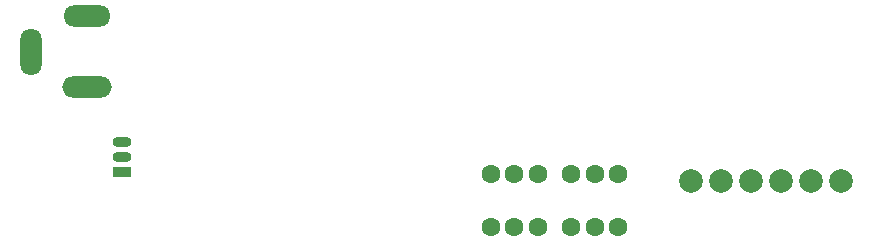
<source format=gbr>
%TF.GenerationSoftware,KiCad,Pcbnew,(6.0.0)*%
%TF.CreationDate,2022-05-15T20:33:26+08:00*%
%TF.ProjectId,Solder-Reflow-Plate-ESP32,536f6c64-6572-42d5-9265-666c6f772d50,rev?*%
%TF.SameCoordinates,Original*%
%TF.FileFunction,Paste,Bot*%
%TF.FilePolarity,Positive*%
%FSLAX46Y46*%
G04 Gerber Fmt 4.6, Leading zero omitted, Abs format (unit mm)*
G04 Created by KiCad (PCBNEW (6.0.0)) date 2022-05-15 20:33:26*
%MOMM*%
%LPD*%
G01*
G04 APERTURE LIST*
%ADD10O,4.200000X1.800000*%
%ADD11O,4.000000X1.800000*%
%ADD12O,1.800000X4.000000*%
%ADD13R,1.600000X0.900000*%
%ADD14O,1.600000X0.900000*%
%ADD15C,2.000000*%
%ADD16C,1.600000*%
G04 APERTURE END LIST*
D10*
%TO.C,DC1*%
X104712500Y-69127500D03*
D11*
X104712500Y-63127500D03*
D12*
X100012500Y-66127500D03*
%TD*%
D13*
%TO.C,U3*%
X107650000Y-76270000D03*
D14*
X107650000Y-75000000D03*
X107650000Y-73730000D03*
%TD*%
D15*
%TO.C,CN1*%
X155820000Y-77100000D03*
X158360000Y-77100000D03*
X160900000Y-77100000D03*
X163440000Y-77100000D03*
X165980000Y-77100000D03*
X168520000Y-77100000D03*
%TD*%
D16*
%TO.C,SW1*%
X145700000Y-80950000D03*
X147700000Y-80950000D03*
X149700000Y-80950000D03*
X145700000Y-76450000D03*
X147700000Y-76450000D03*
X149700000Y-76450000D03*
%TD*%
%TO.C,SW2*%
X138900000Y-80950000D03*
X140900000Y-80950000D03*
X142900000Y-80950000D03*
X138900000Y-76450000D03*
X140900000Y-76450000D03*
X142900000Y-76450000D03*
%TD*%
M02*

</source>
